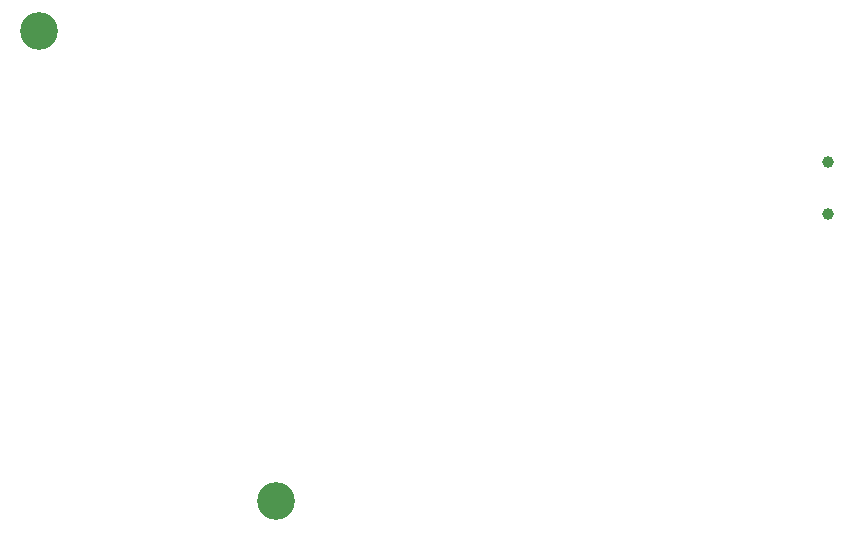
<source format=gbr>
%TF.GenerationSoftware,KiCad,Pcbnew,9.0.1*%
%TF.CreationDate,2025-07-27T01:52:11-03:00*%
%TF.ProjectId,board,626f6172-642e-46b6-9963-61645f706362,rev?*%
%TF.SameCoordinates,Original*%
%TF.FileFunction,NonPlated,1,4,NPTH,Drill*%
%TF.FilePolarity,Positive*%
%FSLAX46Y46*%
G04 Gerber Fmt 4.6, Leading zero omitted, Abs format (unit mm)*
G04 Created by KiCad (PCBNEW 9.0.1) date 2025-07-27 01:52:11*
%MOMM*%
%LPD*%
G01*
G04 APERTURE LIST*
%TA.AperFunction,ComponentDrill*%
%ADD10C,1.000000*%
%TD*%
%TA.AperFunction,ComponentDrill*%
%ADD11C,3.200000*%
%TD*%
G04 APERTURE END LIST*
D10*
%TO.C,J2*%
X116730200Y-66278400D03*
X116730200Y-70678400D03*
D11*
%TO.C,H1*%
X49950000Y-55170000D03*
%TO.C,H2*%
X70000000Y-95000000D03*
M02*

</source>
